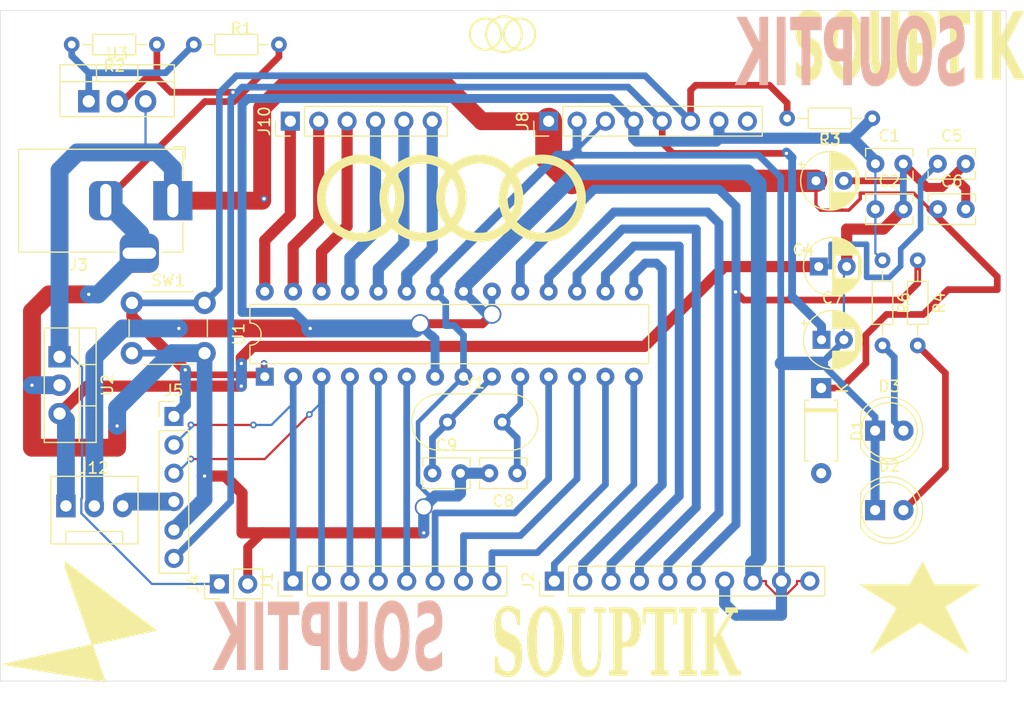
<source format=kicad_pcb>
(kicad_pcb (version 20240108) (generator "pcbnew") (generator_version "8.0")
  (layers (0 "F.Cu" signal) (31 "B.Cu" signal) (34 "B.Paste" user) (35 "F.Paste" user) (36 "B.SilkS" user "B.Silkscreen") (37 "F.SilkS" user "F.Silkscreen") (38 "B.Mask" user) (39 "F.Mask" user) (44 "Edge.Cuts" user))
  (net 0 "")
  (net 1 "VCC")
  (net 2 "GND")
  (net 3 "VIN")
  (net 4 "5V")
  (net 5 "3.3")
  (net 6 "Net-(U1-XTAL2{slash}PB7)")
  (net 7 "Net-(U1-XTAL1{slash}PB6)")
  (net 8 "Net-(D1-A)")
  (net 9 "Net-(D2-A)")
  (net 10 "Net-(D3-A)")
  (net 11 "D6")
  (net 12 "RX")
  (net 13 "D3")
  (net 14 "D5")
  (net 15 "TX")
  (net 16 "D7")
  (net 17 "D4")
  (net 18 "D2")
  (net 19 "D9")
  (net 20 "D11")
  (net 21 "D12")
  (net 22 "D10")
  (net 23 "D13")
  (net 24 "D8")
  (net 25 "5VU")
  (net 26 "DTR")
  (net 28 "A2")
  (net 29 "A3")
  (net 30 "A0")
  (net 31 "A5")
  (net 32 "A4")
  (net 33 "A1")
  (net 34 "Net-(U3-ADJ)")
  (footprint "Resistor_THT:R_Axial_DIN0204_L3.6mm_D1.6mm_P7.62mm_Horizontal" (layer "F.Cu") (at 156.5281 38.5223 180)
    (property "Reference" "R2")
    (property "Value" "240")
  )
  (footprint "Capacitor_THT:C_Rect_L4.0mm_W2.5mm_P2.50mm" (layer "F.Cu") (at 188.7661 76.8763 180)
    (property "Reference" "C8")
    (property "Value" "22PF")
  )
  (footprint "Button_Switch_THT:SW_PUSH_6mm_H8.5mm" (layer "F.Cu") (at 154.2941 61.6363)
    (property "Reference" "SW1")
    (property "Value" "SW_Push")
  )
  (footprint "LED_THT:LED_D5.0mm_Clear" (layer "F.Cu") (at 220.7851 73.0663)
    (property "Reference" "D3")
    (property "Value" "LED")
  )
  (footprint "Package_TO_SOT_THT:TO-220-3_Vertical" (layer "F.Cu") (at 150.4321 43.6023)
    (property "Reference" "U3")
    (property "Value" "LM317_TO-220")
  )
  (footprint "Diode_THT:D_A-405_P7.62mm_Horizontal" (layer "F.Cu") (at 215.9641 69.2563 -90)
    (property "Reference" "D1")
    (property "Value" "D")
  )
  (footprint "Connector_PinHeader_2.54mm:PinHeader_1x08_P2.54mm_Vertical" (layer "F.Cu") (at 191.5801 45.3803 90)
    (property "Reference" "J8")
    (property "Value" "Conn_01x08_Pin")
  )
  (footprint "Capacitor_THT:C_Rect_L4.0mm_W2.5mm_P2.50mm" (layer "F.Cu") (at 220.8101 53.2543)
    (property "Reference" "C2")
    (property "Value" "100NF")
  )
  (footprint "Capacitor_THT:C_Rect_L4.0mm_W2.5mm_P2.50mm" (layer "F.Cu") (at 226.3981 53.2543)
    (property "Reference" "C6")
    (property "Value" "100NF")
  )
  (footprint "Connector_PinHeader_2.54mm:PinHeader_1x06_P2.54mm_Vertical" (layer "F.Cu") (at 168.4661 45.3803 90)
    (property "Reference" "J10")
    (property "Value" "Conn_01x06_Socket")
  )
  (footprint "Capacitor_THT:C_Rect_L4.0mm_W2.5mm_P2.50mm" (layer "F.Cu") (at 226.3981 49.1903)
    (property "Reference" "C5")
    (property "Value" "100NF")
  )
  (footprint "Capacitor_THT:C_Rect_L4.0mm_W2.5mm_P2.50mm" (layer "F.Cu") (at 181.1861 76.8763)
    (property "Reference" "C9")
    (property "Value" "22PF")
  )
  (footprint "Connector:FanPinHeader_1x03_P2.54mm_Vertical" (layer "F.Cu") (at 148.3901 79.8033)
    (property "Reference" "J12")
    (property "Value" "Conn_01x03_Pin")
  )
  (footprint "Resistor_THT:R_Axial_DIN0204_L3.6mm_D1.6mm_P7.62mm_Horizontal" (layer "F.Cu") (at 159.8301 38.5223)
    (property "Reference" "R1")
    (property "Value" "390")
  )
  (footprint "Connector_PinHeader_2.54mm:PinHeader_1x02_P2.54mm_Vertical" (layer "F.Cu") (at 162.1161 86.7823 90)
    (property "Reference" "J4")
    (property "Value" "Conn_01x02_Socket")
  )
  (footprint "Capacitor_THT:CP_Radial_D5.0mm_P2.50mm" (layer "F.Cu") (at 215.4961 50.7143)
    (property "Reference" "C3")
    (property "Value" "100UF")
  )
  (footprint "Resistor_THT:R_Axial_DIN0204_L3.6mm_D1.6mm_P7.62mm_Horizontal" (layer "F.Cu") (at 221.4501 57.8263 -90)
    (property "Reference" "R6")
    (property "Value" "220")
  )
  (footprint "Connector_PinHeader_2.54mm:PinHeader_1x06_P2.54mm_Vertical" (layer "F.Cu") (at 158.0521 71.7963)
    (property "Reference" "J5")
    (property "Value" "Conn_01x06_Socket")
  )
  (footprint "Connector_PinHeader_2.54mm:PinHeader_1x08_P2.54mm_Vertical" (layer "F.Cu") (at 168.7201 86.5283 90)
    (property "Reference" "J1")
    (property "Value" "Conn_01x08_Pin")
  )
  (footprint "Crystal:Crystal_HC18-U_Vertical" (layer "F.Cu") (at 182.5261 72.3043)
    (property "Reference" "Y1")
    (property "Value" "Crystal")
  )
  (footprint "Resistor_THT:R_Axial_DIN0204_L3.6mm_D1.6mm_P7.62mm_Horizontal" (layer "F.Cu") (at 220.5361 45.1263 180)
    (property "Reference" "R3")
    (property "Value" "10K")
  )
  (footprint "Package_TO_SOT_THT:TO-220-3_Vertical" (layer "F.Cu") (at 147.8211 66.4623 -90)
    (property "Reference" "U2")
    (property "Value" "L7805")
  )
  (footprint "LED_THT:LED_D5.0mm_Clear" (layer "F.Cu") (at 220.7851 80.1783)
    (property "Reference" "D2")
    (property "Value" "LED")
  )
  (footprint "Resistor_THT:R_Axial_DIN0204_L3.6mm_D1.6mm_P7.62mm_Horizontal" (layer "F.Cu") (at 224.6001 57.8263 -90)
    (property "Reference" "R4")
    (property "Value" "220")
  )
  (footprint "Connector_PinHeader_2.54mm:PinHeader_1x10_P2.54mm_Vertical" (layer "F.Cu") (at 192.0881 86.5283 90)
    (property "Reference" "J2")
    (property "Value" "Conn_01x10_Socket")
  )
  (footprint "Capacitor_THT:C_Rect_L4.0mm_W2.5mm_P2.50mm" (layer "F.Cu") (at 220.8101 49.1903)
    (property "Reference" "C1")
    (property "Value" "100NF")
  )
  (footprint "Package_DIP:DIP-28_W7.62mm" (layer "F.Cu") (at 166.1801 68.2403 90)
    (property "Reference" "U1")
    (property "Value" "ATmega328-P")
  )
  (footprint "Capacitor_THT:CP_Radial_D5.0mm_P2.50mm" (layer "F.Cu") (at 215.7461 58.3883)
    (property "Reference" "C4")
    (property "Value" "100UF")
  )
  (footprint "Capacitor_THT:CP_Radial_D5.0mm_P2.00mm" (layer "F.Cu") (at 215.9961 64.9383)
    (property "Reference" "C7")
    (property "Value" "100UF")
  )
  (footprint "Connector_BarrelJack:BarrelJack_Horizontal" (layer "F.Cu") (at 157.9561 52.4923)
    (property "Reference" "J3")
    (property "Value" "Barrel_Jack_Switch")
  )
  (gr_circle (center 191.008 52.268) (end 194.508 52.268) (stroke (width 0.8)) (fill none) (layer "F.SilkS"))
  (gr_poly (pts (xy 229.108 92.964) (xy 219.456 86.868) (xy 230.124 86.868) (xy 220.472 92.964) (xy 225.044 84.836)) (stroke (width 0.1)) (fill solid) (layer "F.SilkS"))
  (gr_circle (center 187.576 37.592) (end 189.176 37.592) (stroke (width 0.2)) (fill none) (layer "F.SilkS"))
  (gr_circle (center 180.34 52.268) (end 183.84 52.268) (stroke (width 0.8)) (fill none) (layer "F.SilkS"))
  (gr_circle (center 185.42 52.268) (end 188.92 52.268) (stroke (width 0.8)) (fill none) (layer "F.SilkS"))
  (gr_circle (center 174.752 52.268) (end 178.252 52.268) (stroke (width 0.8)) (fill none) (layer "F.SilkS"))
  (gr_poly (pts (xy 148.336 85.344) (xy 151.892 95.504) (xy 142.748 93.98) (xy 156.464 90.932) (xy 148.336 84.836)) (stroke (width 0.1)) (fill solid) (layer "F.SilkS"))
  (gr_circle (center 188.976 37.592) (end 190.376 37.592) (stroke (width 0.2)) (fill none) (layer "F.SilkS"))
  (gr_circle (center 185.928 37.592) (end 187.328 37.592) (stroke (width 0.2)) (fill none) (layer "F.SilkS"))
  (gr_rect (start 142.5161 35.4743) (end 232.5161 95.4743) (stroke (width 0.05)) (fill none) (layer "Edge.Cuts"))
  (gr_text "SOUPTIK" (at 229.108 43.18 0) (layer "B.SilkS") (effects (font (size 6 3) (thickness 0.3) (bold yes)) (justify left bottom mirror)))
  (gr_text "SOUPTIK" (at 182.372 95.504 0) (layer "B.SilkS") (effects (font (size 6 3) (thickness 0.3) (bold yes)) (justify left bottom mirror)))
  (gr_text "SOUPTIK" (at 186.436 96.012 0) (layer "F.SilkS") (effects (font (size 6 3) (thickness 0.3) (bold yes)) (justify left bottom)))
  (gr_text "SOUPTIK" (at 213.36 42.672 0) (layer "F.SilkS") (effects (font (size 6 3) (thickness 0.3) (bold yes)) (justify left bottom)))
  (segment (start 186.5001 62.6523) (end 185.6524 63.5) (width 0.8) (layer "F.Cu") (net 1))
  (segment (start 214.9481 86.5283) (end 213.7964 86.5283) (width 0.2) (layer "F.Cu") (net 1))
  (segment (start 213.7964 86.7968) (end 213.7964 86.5283) (width 0.2) (layer "F.Cu") (net 1))
  (segment (start 211.8912 87.6876) (end 212.9056 87.6876) (width 0.2) (layer "F.Cu") (net 1))
  (segment (start 158.496 63.9223) (end 170.2441 63.9223) (width 1.6) (layer "F.Cu") (net 1))
  (segment (start 212.9056 87.6876) (end 213.7964 86.7968) (width 0.2) (layer "F.Cu") (net 1))
  (segment (start 209.8681 86.5283) (end 211.0198 86.5283) (width 0.2) (layer "F.Cu") (net 1))
  (segment (start 211.0198 86.5283) (end 211.0198 86.8162) (width 0.2) (layer "F.Cu") (net 1))
  (segment (start 211.0198 86.8162) (end 211.8912 87.6876) (width 0.2) (layer "F.Cu") (net 1))
  (segment (start 179.6478 63.9223) (end 180.0701 63.5) (width 1.6) (layer "F.Cu") (net 1))
  (segment (start 185.6524 63.5) (end 180.0701 63.5) (width 0.8) (layer "F.Cu") (net 1))
  (via (at 186.5001 62.6523) (size 1.7) (drill 1.4) (layers "F.Cu" "B.Cu") (net 1))
  (via (at 170.2441 63.9223) (size 0.6) (drill 0.3) (layers "F.Cu" "B.Cu") (net 1))
  (via (at 158.496 63.9223) (size 0.6) (drill 0.3) (layers "F.Cu" "B.Cu") (net 1))
  (via (at 180.0701 63.5) (size 1.7) (drill 1.4) (layers "F.Cu" "B.Cu") (net 1))
  (segment (start 210.3761 84.4963) (end 210.3761 50.9683) (width 1.4) (layer "B.Cu") (net 1))
  (segment (start 209.8681 85.0043) (end 210.3761 84.4963) (width 1.4) (layer "B.Cu") (net 1))
  (segment (start 199.2001 46.9043) (end 199.4541 47.1583) (width 1) (layer "B.Cu") (net 1))
  (segment (start 221.4501 57.8263) (end 220.8101 57.1863) (width 0.2) (layer "B.Cu") (net 1))
  (segment (start 220.8101 49.1903) (end 220.8101 48.9563) (width 1) (layer "B.Cu") (net 1))
  (segment (start 164.1481 62.484) (end 164.1481 43.8563) (width 0.8) (layer "B.Cu") (net 1))
  (segment (start 164.6561 43.3483) (end 197.1681 43.3483) (width 0.8) (layer "B.Cu") (net 1))
  (segment (start 218.7581 46.9043) (end 220.5361 45.1263) (width 1) (layer "B.Cu") (net 1))
  (segment (start 150.9301 66.4723) (end 150.9301 79.8033) (width 1.6) (layer "B.Cu") (net 1))
  (segment (start 180.5201 63.95) (end 180.5201 64.041092) (width 0.8) (layer "B.Cu") (net 1))
  (segment (start 186.5001 62.6523) (end 186.5001 60.6203) (width 0.6) (layer "B.Cu") (net 1))
  (segment (start 220.8101 53.2543) (end 220.8101 49.1903) (width 0.2) (layer "B.Cu") (net 1))
  (segment (start 183.9601 60.1123) (end 183.9601 60.6203) (width 1.4) (layer "B.Cu") (net 1))
  (segment (start 209.3601 49.9523) (end 194.1201 49.9523) (width 1.4) (layer "B.Cu") (net 1))
  (segment (start 186.5001 62.6523) (end 185.9921 62.6523) (width 0.8) (layer "B.Cu") (net 1))
  (segment (start 181.047308 64.5683) (end 181.1384 64.5683) (width 0.8) (layer "B.Cu") (net 1))
  (segment (start 180.0701 63.5) (end 180.5201 63.95) (width 0.8) (layer "B.Cu") (net 1))
  (segment (start 164.1481 43.8563) (end 164.6561 43.3483) (width 0.8) (layer "B.Cu") (net 1))
  (segment (start 185.9921 62.6523) (end 183.9601 60.6203) (width 0.8) (layer "B.Cu") (net 1))
  (segment (start 220.8101 57.1863) (end 220.8101 53.2543) (width 0.2) (layer "B.Cu") (net 1))
  (segment (start 197.1681 43.3483) (end 199.2001 45.3803) (width 0.8) (layer "B.Cu") (net 1))
  (segment (start 199.4541 47.1583) (end 206.5661 47.1583) (width 1) (layer "B.Cu") (net 1))
  (segment (start 206.5661 47.1583) (end 206.8201 46.9043) (width 1) (layer "B.Cu") (net 1))
  (segment (start 220.8101 48.9563) (end 218.7581 46.9043) (width 1) (layer "B.Cu") (net 1))
  (segment (start 199.2001 45.3803) (end 199.2001 46.9043) (width 1) (layer "B.Cu") (net 1))
  (segment (start 180.5201 64.041092) (end 181.047308 64.5683) (width 0.8) (layer "B.Cu") (net 1))
  (segment (start 158.496 63.9223) (end 153.4801 63.9223) (width 1.6) (layer "B.Cu") (net 1))
  (segment (start 181.1384 64.5683) (end 181.4201 64.85) (width 0.8) (layer "B.Cu") (net 1))
  (segment (start 209.8681 86.5283) (end 209.8681 85.0043) (width 1.4) (layer "B.Cu") (net 1))
  (segment (start 210.3761 50.9683) (end 209.3601 49.9523) (width 1.4) (layer "B.Cu") (net 1))
  (segment (start 194.1201 49.9523) (end 183.9601 60.1123) (width 1.4) (layer "B.Cu") (net 1))
  (segment (start 164.1481 62.484) (end 168.8058 62.484) (width 0.8) (layer "B.Cu") (net 1))
  (segment (start 181.4201 64.85) (end 181.4201 68.2403) (width 0.8) (layer "B.Cu") (net 1))
  (segment (start 168.8058 62.484) (end 170.2441 63.9223) (width 0.8) (layer "B.Cu") (net 1))
  (segment (start 206.8201 46.9043) (end 218.7581 46.9043) (width 1) (layer "B.Cu") (net 1))
  (segment (start 170.2441 63.9223) (end 179.6478 63.9223) (width 1.6) (layer "B.Cu") (net 1))
  (segment (start 206.8201 46.9043) (end 206.8201 45.3803) (width 1) (layer "B.Cu") (net 1))
  (segment (start 153.4801 63.9223) (end 150.9301 66.4723) (width 1.6) (layer "B.Cu") (net 1))
  (segment (start 150.4321 60.8743) (end 146.8761 60.8743) (width 1.6) (layer "F.Cu") (net 2))
  (segment (start 221.5281 55.0363) (end 223.3101 53.2543) (width 1) (layer "F.Cu") (net 2))
  (segment (start 218.2461 55.0363) (end 221.5281 55.0363) (width 1) (layer "F.Cu") (net 2))
  (segment (start 164.1481 82.2103) (end 164.1481 78.6543) (width 1) (layer "F.Cu") (net 2))
  (segment (start 228.8981 51.3937) (end 228.8981 53.2543) (width 0.8) (layer "F.Cu") (net 2))
  (segment (start 225.4278 51.308) (end 223.3101 49.1903) (width 0.8) (layer "F.Cu") (net 2))
  (segment (start 145.3521 62.3983) (end 145.3521 69.0023) (width 1.6) (layer "F.Cu") (net 2))
  (segment (start 180.4041 82.2103) (end 165.9591 82.2103) (width 1) (layer "F.Cu") (net 2))
  (segment (start 164.1481 78.6543) (end 162.6241 77.1303) (width 1) (layer "F.Cu") (net 2))
  (segment (start 217.9961 50.7143) (end 223.3101 50.7143) (width 0.6) (layer "F.Cu") (net 2))
  (segment (start 227.7964 50.292) (end 226.7804 51.308) (width 0.8) (layer "F.Cu") (net 2))
  (segment (start 152.9721 72.644) (end 152.9721 74.5903) (width 1.6) (layer "F.Cu") (net 2))
  (segment (start 167.4501 39.6076) (end 167.4501 38.5223) (width 0.6) (layer "F.Cu") (net 2))
  (segment (start 163.433 43.6247) (end 167.4501 39.6076) (width 0.6) (layer "F.Cu") (net 2))
  (segment (start 165.9591 82.2103) (end 164.1481 82.2103) (width 1) (layer "F.Cu") (net 2))
  (segment (start 160.8237 43.6247) (end 163.433 43.6247) (width 0.6) (layer "F.Cu") (net 2))
  (segment (start 218.2461 58.3883) (end 218.2461 55.0363) (width 1) (layer "F.Cu") (net 2))
  (segment (start 227.7964 50.292) (end 228.8981 51.3937) (width 0.8) (layer "F.Cu") (net 2))
  (segment (start 165.9591 82.2103) (end 164.6561 83.5133) (width 0.8) (layer "F.Cu") (net 2))
  (segment (start 228.8981 49.1903) (end 227.7964 50.292) (width 0.8) (layer "F.Cu") (net 2))
  (segment (start 146.8761 60.8743) (end 145.3521 62.3983) (width 1.6) (layer "F.Cu") (net 2))
  (segment (start 162.6241 77.1303) (end 160.7941 77.1303) (width 1) (layer "F.Cu") (net 2))
  (segment (start 152.9721 74.5903) (end 145.3521 74.5903) (width 1.6) (layer "F.Cu") (net 2))
  (segment (start 223.3101 50.7143) (end 223.3101 49.1903) (width 0.6) (layer "F.Cu") (net 2))
  (segment (start 145.3521 74.5903) (end 145.3521 69.0023) (width 1.6) (layer "F.Cu") (net 2))
  (segment (start 164.6561 83.5133) (end 164.6561 86.7823) (width 0.8) (layer "F.Cu") (net 2))
  (segment (start 151.9561 52.4923) (end 160.8237 43.6247) (width 0.6) (layer "F.Cu") (net 2))
  (segment (start 226.7804 51.308) (end 225.4278 51.308) (width 0.8) (layer "F.Cu") (net 2))
  (via (at 150.4321 60.8743) (size 0.6) (drill 0.3) (layers "F.Cu" "B.Cu") (net 2))
  (via (at 145.3521 69.0023) (size 0.6) (drill 0.3) (layers "F.Cu" "B.Cu") (net 2))
  (via (at 160.7941 77.1303) (size 0.6) (drill 0.3) (layers "F.Cu" "B.Cu") (net 2))
  (via (at 180.4041 79.9243) (size 1.6) (drill 1.3) (layers "F.Cu" "B.Cu") (net 2))
  (via (at 180.4041 82.2103) (size 0.6) (drill 0.3) (layers "F.Cu" "B.Cu") (net 2))
  (via (at 152.9721 72.644) (size 0.6) (drill 0.3) (layers "F.Cu" "B.Cu") (net 2))
  (segment (start 183.1124 63.6683) (end 183.9601 64.516) (width 0.6) (layer "B.Cu") (net 2))
  (segment (start 160.7941 66.1363) (end 157.8701 66.1363) (width 0.6) (layer "B.Cu") (net 2))
  (segment (start 183.6861 78.6743) (end 183.4521 78.9083) (width 1) (layer "B.Cu") (net 2))
  (segment (start 147.8211 69.0023) (end 145.3521 69.0023) (width 1.6) (layer "B.Cu") (net 2))
  (segment (start 152.9721 71.0343) (end 157.8701 66.1363) (width 1.6) (layer "B.Cu") (net 2))
  (segment (start 152.9721 72.644) (end 152.9721 71.0343) (width 1.6) (layer "B.Cu") (net 2))
  (segment (start 194.1201 45.3803) (end 194.1201 47.9203) (width 0.8) (layer "B.Cu") (net 2))
  (segment (start 180.9121 78.9083) (end 181.4201 78.9083) (width 0.4) (layer "B.Cu") (net 2))
  (segment (start 181.4201 59.3503) (end 192.3421 48.4283) (width 0.8) (layer "B.Cu") (net 2))
  (segment (start 182.372 63.6683) (end 183.1124 63.6683) (width 0.6) (layer "B.Cu") (net 2))
  (segment (start 160.7941 77.1303) (end 160.7941 79.2143) (width 1.4) (layer "B.Cu") (net 2))
  (segment (start 212.344 50.3962) (end 212.344 66.9832) (width 0.6) (layer "B.Cu") (net 2))
  (segment (start 181.4201 78.9083) (end 180.4041 79.9243) (width 1) (layer "B.Cu") (net 2))
  (segment (start 192.3421 48.4283) (end 193.6121 48.4283) (width 0.8) (layer "B.Cu") (net 2))
  (segment (start 179.8961 77.8923) (end 180.9121 78.9083) (width 0.4) (layer "B.Cu") (net 2))
  (segment (start 151.9561 52.4923) (end 154.9561 55.4923) (width 1.8) (layer "B.Cu") (net 2))
  (segment (start 220.7851 71.8408) (end 220.7851 73.0663) (width 0.6) (layer "B.Cu") (net 2))
  (segment (start 154.9561 57.1923) (end 151.2741 60.8743) (width 1.6) (layer "B.Cu") (net 2))
  (segment (start 160.7941 79.2143) (end 158.0521 81.9563) (width 1.4) (layer "B.Cu") (net 2))
  (segment (start 183.9601 64.516) (end 183.9601 68.2403) (width 0.6) (layer "B.Cu") (net 2))
  (segment (start 180.4041 79.9243) (end 180.4041 82.2103) (width 1) (layer "B.Cu") (net 2))
  (segment (start 193.6121 48.4283) (end 194.6281 48.4283) (width 0.6) (layer "B.Cu") (net 2))
  (segment (start 157.8701 66.1363) (end 154.2941 66.1363) (width 0.6) (layer "B.Cu") (net 2))
  (segment (start 194.1201 47.9203) (end 194.6281 48.4283) (width 0.4) (layer "B.Cu") (net 2))
  (segment (start 194.1201 47.9203) (end 193.6121 48.4283) (width 0.8) (layer "B.Cu") (net 2))
  (segment (start 208.3441 89.5763) (end 207.3281 88.5603) (width 1) (layer "B.Cu") (net 2))
  (segment (start 183.9601 68.2403) (end 179.8961 72.3043) (width 0.4) (layer "B.Cu") (net 2))
  (segment (start 179.8961 72.3043) (end 179.8961 77.8923) (width 0.4) (layer "B.Cu") (net 2))
  (segment (start 212.4081 67.0473) (end 215.9916 67.0473) (width 1.2) (layer "B.Cu") (net 2))
  (segment (start 157.8701 66.1363) (end 160.7941 66.1363) (width 1.6) (layer "B.Cu") (net 2))
  (segment (start 215.9916 67.0473) (end 217.9961 65.0428) (width 0.6) (layer "B.Cu") (net 2))
  (segment (start 212.4081 89.5763) (end 208.3441 89.5763) (width 1) (layer "B.Cu") (net 2))
  (segment (start 183.4521 78.9083) (end 181.4201 78.9083) (width 1) (layer "B.Cu") (net 2))
  (segment (start 194.6281 48.4283) (end 210.3761 48.4283) (width 0.6) (layer "B.Cu") (net 2))
  (segment (start 181.4201 60.6203) (end 181.4201 59.3503) (width 0.8) (layer "B.Cu") (net 2))
  (segment (start 223.3101 49.1903) (end 223.3101 53.2543) (width 0.6) (layer "B.Cu") (net 2))
  (segment (start 220.7851 80.1783) (end 220.7851 73.0663) (width 0.8) (layer "B.Cu") (net 2))
  (segment (start 160.7941 66.1363) (end 160.7941 77.1303) (width 1.4) (layer "B.Cu") (net 2))
  (segment (start 217.9961 58.6383) (end 218.2461 58.3883) (width 0.2) (layer "B.Cu") (net 2))
  (segment (start 207.3281 88.5603) (end 207.3281 86.5283) (width 1) (layer "B.Cu") (net 2))
  (segment (start 212.4081 67.0473) (end 212.4081 86.5283) (width 0.6) (layer "B.Cu") (net 2))
  (segment (start 196.6601 45.3803) (end 194.1201 47.9203) (width 0.4) (layer "B.Cu") (net 2))
  (segment (start 183.6861 76.8763) (end 186.2661 76.8763) (width 1) (layer "B.Cu") (net 2))
  (segment (start 210.3761 48.4283) (end 212.344 50.3962) (width 0.6) (layer "B.Cu") (net 2))
  (segment (start 182.372 61.5722) (end 182.372 63.6683) (width 0.6) (layer "B.Cu") (net 2))
  (segment (start 181.4201 60.6203) (end 182.372 61.5722) (width 0.6) (layer "B.Cu") (net 2))
  (segment (start 217.9961 64.9383) (end 217.9961 58.6383) (width 0.2) (layer "B.Cu") (net 2))
  (segment (start 154.9561 55.4923) (end 154.9561 57.1923) (width 0.2) (layer "B.Cu") (net 2))
  (segment (start 215.9916 67.0473) (end 220.7851 71.8408) (width 0.6) (layer "B.Cu") (net 2))
  (segment (start 151.2741 60.8743) (end 150.4321 60.8743) (width 1.6) (layer "B.Cu") (net 2))
  (segment (start 217.9961 65.0428) (end 217.9961 64.9383) (width 0.6) (layer "B.Cu") (net 2))
  (segment (start 183.6861 76.8763) (end 183.6861 78.6743) (width 1) (layer "B.Cu") (net 2))
  (segment (start 212.4081 86.5283) (end 212.4081 89.5763) (width 1) (layer "B.Cu") (net 2))
  (segment (start 212.344 66.9832) (end 212.4081 67.0473) (width 0.6) (layer "B.Cu") (net 2))
  (segment (start 157.9561 52.4923) (end 165.9477 52.4923) (width 1.6) (layer "F.Cu") (net 3))
  (segment (start 191.5801 45.3803) (end 191.5801 48.6303) (width 2.4) (layer "F.Cu") (net 3))
  (segment (start 218.44 53.34) (end 219.456 52.324) (width 0.3) (layer "F.Cu") (net 3))
  (segment (start 215.9 53.34) (end 218.44 53.34) (width 0.3) (layer "F.Cu") (net 3))
  (segment (start 225.097157 62.673108) (end 221.806892 62.673108) (width 0.6) (layer "F.Cu") (net 3))
  (segment (start 219.964 67.056) (end 217.7637 69.2563) (width 0.6) (layer "F.Cu") (net 3))
  (segment (start 215.4961 52.9361) (end 215.9 53.34) (width 0.3) (layer "F.Cu") (net 3))
  (segment (start 215.4961 50.7143) (end 215.4961 52.9361) (width 0.3) (layer "F.Cu") (net 3))
  (segment (start 185.5883 45.3803) (end 191.5801 45.3803) (width 1.6) (layer "F.Cu") (net 3))
  (segment (start 215.4925 50.7179) (end 215.4961 50.7143) (width 2) (layer "F.Cu") (net 3))
  (segment (start 231.7161 60.452) (end 227.318265 60.452) (width 0.6) (layer "F.Cu") (net 3))
  (segment (start 217.7637 69.2563) (end 215.9641 69.2563) (width 0.6) (layer "F.Cu") (net 3))
  (segment (start 193.6641 50.7143) (end 197.7779 50.7143) (width 2) (layer "F.Cu") (net 3))
  (segment (start 215.4961 50.7143) (end 193.6641 50.7143) (width 0.3) (layer "F.Cu") (net 3))
  (segment (start 219.964 64.516) (end 219.964 67.056) (width 0.6) (layer "F.Cu") (net 3))
  (segment (start 191.5801 48.6303) (end 193.6641 50.7143) (width 2.4) (layer "F.Cu") (net 3))
  (segment (start 227.318265 60.452) (end 225.097157 62.673108) (width 0.6) (layer "F.Cu") (net 3))
  (segment (start 197.7779 50.7143) (end 197.7815 50.7179) (width 2) (layer "F.Cu") (net 3))
  (segment (start 167.9824 42.164) (end 182.372 42.164) (width 1.6) (layer "F.Cu") (net 3))
  (segment (start 225.679 53.256) (end 231.7161 59.293101) (width 0.6) (layer "F.Cu") (net 3))
  (segment (start 165.9477 52.4923) (end 165.9477 44.1987) (width 1.6) (layer "F.Cu") (net 3))
  (segment (start 225.679 53.2543) (end 226.3981 53.2543) (width 0.2) (layer "F.Cu") (net 3))
  (segment (start 197.7815 50.7179) (end 215.4925 50.7179) (width 2) (layer "F.Cu") (net 3))
  (segment (start 165.9477 44.1987) (end 167.9824 42.164) (width 1.6) (layer "F.Cu") (net 3))
  (segment (start 224.2407 51.816) (end 225.679 53.2543) (width 0.3) (layer "F.Cu") (net 3))
  (segment (start 221.806892 62.673108) (end 219.964 64.516) (width 0.6) (layer "F.Cu") (net 3))
  (segment (start 219.456 52.324) (end 219.456 51.816) (width 0.3) (layer "F.Cu") (net 3))
  (segment (start 231.7161 59.293101) (end 231.7161 60.452) (width 0.6) (layer "F.Cu") (net 3))
  (segment (start 182.372 42.164) (end 185.5883 45.3803) (width 1.6) (layer "F.Cu") (net 3))
  (segment (start 219.456 51.816) (end 224.2407 51.816) (width 0.3) (layer "F.Cu") (net 3))
  (via (at 166.116 52.324) (size 0.6) (drill 0.3) (layers "F.Cu" "B.Cu") (net 3))
  (segment (start 149.8301 79.105741) (end 149.7651 79.170741) (width 0.2) (layer "B.Cu") (net 3))
  (segment (start 147.8211 65.3765) (end 149.8301 67.3855) (width 0.2) (layer "B.Cu") (net 3))
  (segment (start 155.4772 48.1743) (end 155.5121 48.1394) (width 0.2) (layer "B.Cu") (net 3))
  (segment (start 147.8211 49.7693) (end 147.8211 65.3765) (width 1.6) (layer "B.Cu") (net 3))
  (segment (start 149.7651 79.170741) (end 149.7651 80.4638) (width 0.2) (layer "B.Cu") (net 3))
  (segment (start 155.5121 48.1394) (end 155.5121 43.6023) (width 0.2) (layer "B.Cu") (net 3))
  (segment (start 157.9561 52.4923) (end 157.9561 49.6023) (width 1.6) (layer "B.Cu") (net 3))
  (segment (start 156.5281 48.1743) (end 155.4772 48.1743) (width 1.6) (layer "B.Cu") (net 3))
  (segment (start 149.8301 67.3855) (end 149.8301 79.105741) (width 0.2) (layer "B.Cu") (net 3))
  (segment (start 156.0836 86.7823) (end 162.1161 86.7823) (width 0.2) (layer "B.Cu") (net 3))
  (segment (start 155.4772 48.1743) (end 149.4161 48.1743) (width 1.6) (layer "B.Cu") (net 3))
  (segment (start 157.9561 49.6023) (end 156.5281 48.1743) (width 1.6) (layer "B.Cu") (net 3))
  (segment (start 149.7651 80.4638) (end 156.0836 86.7823) (width 0.2) (layer "B.Cu") (net 3))
  (segment (start 147.8211 65.3765) (end 147.8211 66.4623) (width 1.6) (layer "B.Cu") (net 3))
  (segment (start 149.4161 48.1743) (end 147.8211 49.7693) (width 1.6) (layer "B.Cu") (net 3))
  (segment (start 207.2957 58.3883) (end 200.152 65.532) (width 1) (layer "F.Cu") (net 4))
  (segment (start 200.152 65.532) (end 165.1 65.532) (width 1) (layer "F.Cu") (net 4))
  (segment (start 215.7461 58.3883) (end 207.2957 58.3883) (width 1) (layer "F.Cu") (net 4))
  (segment (start 165.1 65.532) (end 164.084 66.548) (width 1) (layer "F.Cu") (net 4))
  (segment (start 164.084 69.088) (end 150.2754 69.088) (width 1) (layer "F.Cu") (net 4))
  (segment (start 164.084 66.548) (end 164.084 67.056) (width 1) (layer "F.Cu") (net 4))
  (segment (start 150.2754 69.088) (end 147.8211 71.5423) (width 1) (layer "F.Cu") (net 4))
  (via (at 164.084 67.056) (size 0.6) (drill 0.3) (layers "F.Cu" "B.Cu") (net 4))
  (via (at 164.084 69.088) (size 0.6) (drill 0.3) (layers "F.Cu" "B.Cu") (net 4))
  (segment (start 216.8478 56.388) (end 220.0281 56.388) (width 0.5) (layer "B.Cu") (net 4))
  (segment (start 220.0281 59.3503) (end 222.0709 59.3503) (width 0.5) (layer "B.Cu") (net 4))
  (segment (start 220.0281 56.388) (end 220.0281 59.3503) (width 0.5) (layer "B.Cu") (net 4))
  (segment (start 215.7461 58.3883) (end 216.8478 58.3883) (width 0.5) (layer "B.Cu") (net 4))
  (segment (start 216.8478 58.3883) (end 216.8478 56.388) (width 0.5) (layer "B.Cu") (net 4))
  (segment (start 223.0761 58.3451) (end 223.0761 56.8103) (width 0.5) (layer "B.Cu") (net 4))
  (segment (start 223.0761 56.8103) (end 224.8541 55.0323) (width 0.5) (layer "B.Cu") (net 4))
  (segment (start 222.0709 59.3503) (end 223.0761 58.3451) (width 0.5) (layer "B.Cu") (net 4))
  (segment (start 148.3901 79.8033) (end 148.3901 72.1113) (width 1.6) (layer "B.Cu") (net 4))
  (segment (start 224.8541 50.7343) (end 226.3981 49.1903) (width 0.5) (layer "B.Cu") (net 4))
  (segment (start 148.3901 72.1113) (end 147.8211 71.5423) (width 1.6) (layer "B.Cu") (net 4))
  (segment (start 164.084 67.056) (end 164.084 69.088) (width 1) (layer "B.Cu") (net 4))
  (segment (start 224.8541 55.0323) (end 224.8541 50.7343) (width 0.5) (layer "B.Cu") (net 4))
  (segment (start 157.7742 42.7927) (end 156.5281 41.5466) (width 0.6) (layer "F.Cu") (net 5))
  (segment (start 156.5281 38.5223) (end 156.5281 41.5466) (width 0.6) (layer "F.Cu") (net 5))
  (segment (start 202.692 48.26) (end 212.852 48.26) (width 0.6) (layer "F.Cu") (net 5))
  (segment (start 156.5281 41.5466) (end 155.5299 41.5466) (width 0.6) (layer "F.Cu") (net 5))
  (segment (start 163.3385 42.7927) (end 157.7742 42.7927) (width 0.6) (layer "F.Cu") (net 5))
  (segment (start 155.5299 41.5466) (end 153.4742 43.6023) (width 0.6) (layer "F.Cu") (net 5))
  (segment (start 201.7401 45.3803) (end 201.7401 47.3081) (width 0.6) (layer "F.Cu") (net 5))
  (segment (start 201.7401 47.3081) (end 202.692 48.26) (width 0.6) (layer "F.Cu") (net 5))
  (segment (start 152.9721 43.6023) (end 153.4742 43.6023) (width 0.6) (layer "F.Cu") (net 5))
  (via (at 163.3385 42.7927) (size 0.6) (drill 0.3) (layers "F.Cu" "B.Cu") (net 5))
  (via (at 212.852 48.26) (size 0.6) (drill 0.3) (layers "F.Cu" "B.Cu") (net 5))
  (segment (start 213.36 48.64775) (end 213.36 61.08025) (width 0.7) (layer "B.Cu") (net 5))
  (segment (start 163.3385 43.0387) (end 163.3385 42.7927) (width 0.6) (layer "B.Cu") (net 5))
  (segment (start 213.36 61.08025) (end 215.9961 63.71635) (width 0.8) (layer "B.Cu") (net 5))
  (segment (start 163.1321 43.3483) (end 163.1321 79.4163) (width 0.6) (layer "B.Cu") (net 5))
  (segment (start 163.1321 79.4163) (end 158.0521 84.4963) (width 0.6) (layer "B.Cu") (net 5))
  (segment (start 163.3901 43.0903) (end 163.1321 43.3483) (width 0.6) (layer "B.Cu") (net 5))
  (segment (start 215.9961 63.71635) (end 215.9961 64.81805) (width 0.8) (layer "B.Cu") (net 5))
  (segment (start 201.7401 45.3803) (end 198.6921 42.3323) (width 0.6) (layer "B.Cu") (net 5))
  (segment (start 164.1481 42.3323) (end 163.3901 43.0903) (width 0.6) (layer "B.Cu") (net 5))
  (segment (start 212.852 48.13975) (end 213.36 48.64775) (width 0.8) (layer "B.Cu") (net 5))
  (segment (start 198.6921 42.3323) (end 164.1481 42.3323) (width 0.6) (layer "B.Cu") (net 5))
  (segment (start 163.3901 43.0903) (end 163.3385 43.0387) (width 0.6) (layer "B.Cu") (net 5))
  (segment (start 187.4261 72.3043) (end 189.0401 70.6903) (width 0.5) (layer "B.Cu") (net 6))
  (segment (start 188.7661 73.7343) (end 188.7661 76.8763) (width 0.6) (layer "B.Cu") (net 6))
  (segment (start 187.4261 72.3043) (end 187.4261 72.3943) (width 0.6) (layer "B.Cu") (net 6))
  (segment (start 187.4261 72.3943) (end 188.7661 73.7343) (width 0.6) (layer "B.Cu") (net 6))
  (segment (start 189.0401 70.6903) (end 189.0401 68.2403) (width 0.5) (layer "B.Cu") (net 6))
  (segment (start 186.5001 68.3303) (end 186.5001 68.2403) (width 0.2) (layer "F.Cu") (net 7))
  (segment (start 182.5261 72.3043) (end 186.5001 68.3303) (width 0.5) (layer "B.Cu") (net 7))
  (segment (start 181.1861 73.7343) (end 181.1861 76.8763) (width 0.6) (layer "B.Cu") (net 7))
  (segment (start 182.5261 72.3943) (end 181.1861 73.7343) (width 0.6) (layer "B.Cu") (net 7))
  (segment (start 182.5261 72.3043) (end 182.5261 72.3943) (width 0.6) (layer "B.Cu") (net 7))
  (segment (start 186.5001 68.3303) (end 186.5001 68.2403) (width 0.2) (layer "B.Cu") (net 7))
  (segment (start 224.6001 65.4463) (end 227.076 67.9222) (width 0.6) (layer "F.Cu") (net 9))
  (segment (start 227.076 67.9222) (end 227.076 76.4274) (width 0.6) (layer "F.Cu") (net 9))
  (segment (start 227.076 76.4274) (end 223.3251 80.1783) (width 0.6) (layer "F.Cu") (net 9))
  (segment (start 222.504 66.5002) (end 222.504 72.2452) (width 0.6) (layer "B.Cu") (net 10))
  (segment (start 222.504 72.2452) (end 223.3251 73.0663) (width 0.6) (layer "B.Cu") (net 10))
  (segment (start 221.4501 65.4463) (end 222.504 66.5002) (width 0.6) (layer "B.Cu") (net 10))
  (segment (start 194.1201 77.3843) (end 194.1201 68.2403) (width 0.6) (layer "B.Cu") (net 11))
  (segment (start 183.9601 86.5283) (end 183.9601 82.4643) (width 0.6) (layer "B.Cu") (net 11))
  (segment (start 189.0401 82.4643) (end 194.1201 77.3843) (width 0.6) (layer "B.Cu") (net 11))
  (segment (start 183.9601 82.4643) (end 189.0401 82.4643) (width 0.6) (layer "B.Cu") (net 11))
  (segment (start 159.5761 72.5583) (end 165.1641 72.5583) (width 0.2) (layer "F.Cu") (net 12))
  (via (at 165.1641 72.5583) (size 0.6) (drill 0.3) (layers "F.Cu" "B.Cu") (net 12))
  (via (at 159.5761 72.5583) (size 0.6) (drill 0.3) (layers "F.Cu" "B.Cu") (net 12))
  (segment (start 165.1641 72.5583) (end 166.7738 72.5583) (width 0.2) (layer "B.Cu") (net 12))
  (segment (start 168.7201 68.2403) (end 168.7201 86.5283) (width 0.6) (layer "B.Cu") (net 12))
  (segment (start 166.7738 72.5583) (end 168.7201 70.612) (width 0.2) (layer "B.Cu") (net 12))
  (segment (start 159.5761 72.5583) (end 159.5761 72.8123) (width 0.2) (layer "B.Cu") (net 12))
  (segment (start 168.7201 70.612) (end 168.7201 68.2403) (width 0.2) (layer "B.Cu") (net 12))
  (segment (start 159.5761 72.8123) (end 158.0521 74.3363) (width 0.2) (layer "B.Cu") (net 12))
  (segment (start 176.3401 86.5283) (end 176.3401 68.2403) (width 0.6) (layer "B.Cu") (net 13))
  (segment (start 191.5801 77.3843) (end 191.5801 68.2403) (width 0.6) (layer "B.Cu") (net 14))
  (segment (start 188.5321 80.4323) (end 191.5801 77.3843) (width 0.6) (layer "B.Cu") (net 14))
  (segment (start 181.4201 80.4323) (end 188.5321 80.4323) (width 0.6) (layer "B.Cu") (net 14))
  (segment (start 181.4201 86.5283) (end 181.4201 80.4323) (width 0.6) (layer "B.Cu") (net 14))
  (segment (start 166.1801 75.6063) (end 159.5761 75.6063) (width 0.2) (layer "F.Cu") (net 15))
  (segment (start 170.1692 71.6172) (end 166.1801 75.6063) (width 0.2) (layer "F.Cu") (net 15))
  (via (at 159.5761 75.6063) (size 0.6) (drill 0.3) (layers "F.Cu" "B.Cu") (net 15))
  (via (at 170.1692 71.6172) (size 0.6) (drill 0.3) (layers "F.Cu" "B.Cu") (net 15))
  (segment (start 171.2601 86.5283) (end 171.2601 70.5263) (width 0.6) (layer "B.Cu") (net 15))
  (segment (start 171.2601 70.5263) (end 171.2601 68.2403) (width 0.6) (layer "B.Cu") (net 15))
  (segment (start 159.5761 75.6063) (end 158.3061 76.8763) (width 0.2) (layer "B.Cu") (net 15))
  (segment (start 170.1692 71.6172) (end 171.2601 70.5263) (width 0.2) (layer "B.Cu") (net 15))
  (segment (start 158.3061 76.8763) (end 158.0521 76.8763) (width 0.2) (layer "B.Cu") (net 15))
  (segment (start 171.2601 70.5263) (end 171.2601 68.2403) (width 0.2) (layer "B.Cu") (net 15))
  (segment (start 196.6601 77.8923) (end 196.6601 68.2403) (width 0.6) (layer "B.Cu") (net 16))
  (segment (start 186.5001 86.5283) (end 186.5001 83.9883) (width 0.6) (layer "B.Cu") (net 16))
  (segment (start 190.5641 83.9883) (end 196.6601 77.8923) (width 0.6) (layer "B.Cu") (net 16))
  (segment (start 186.5001 83.9883) (end 190.5641 83.9883) (width 0.6) (layer "B.Cu") (net 16))
  (segment (start 178.8801 68.2403) (end 178.8801 86.5283) (width 0.6) (layer "B.Cu") (net 17))
  (segment (start 173.8001 68.2403) (end 173.8001 86.5283) (width 0.6) (layer "B.Cu") (net 18))
  (segment (start 194.6281 85.0043) (end 201.7401 77.8923) (width 0.8) (layer "B.Cu") (net 19))
  (segment (start 201.7401 77.8923) (end 201.7401 58.5883) (width 0.8) (layer "B.Cu") (net 19))
  (segment (start 199.2001 59.0963) (end 199.2001 60.6203) (width 0.8) (layer "B.Cu") (net 19))
  (segment (start 201.7401 58.5883) (end 201.2321 58.0803) (width 0.8) (layer "B.Cu") (net 19))
  (segment (start 194.6281 86.5283) (end 194.6281 85.0043) (width 0.8) (layer "B.Cu") (net 19))
  (segment (start 200.2161 58.0803) (end 199.2001 59.0963) (width 0.8) (layer "B.Cu") (net 19))
  (segment (start 201.2321 58.0803) (end 200.2161 58.0803) (width 0.8) (layer "B.Cu") (net 19))
  (segment (start 199.7081 85.0043) (end 204.7881 79.9243) (width 0.8) (layer "B.Cu") (net 20))
  (segment (start 194.1201 59.0963) (end 194.1201 60.6203) (width 0.8) (layer "B.Cu") (net 20))
  (segment (start 204.7881 79.9243) (end 204.7881 55.0323) (width 0.8) (layer "B.Cu") (net 20))
  (segment (start 198.1841 55.0323) (end 194.1201 59.0963) (width 0.8) (layer "B.Cu") (net 20))
  (segment (start 199.7081 86.5283) (end 199.7081 85.0043) (width 0.8) (layer "B.Cu") (net 20))
  (segment (start 204.7881 55.0323) (end 198.1841 55.0323) (width 0.8) (layer "B.Cu") (net 20))
  (segment (start 197.4221 53.5083) (end 191.5801 59.3503) (width 0.8) (layer "B.Cu") (net 21))
  (segment (start 202.2481 86.5283) (end 202.2481 85.0043) (width 0.8) (layer "B.Cu") (net 21))
  (segment (start 206.8201 54.5243) (end 205.8041 53.5083) (width 0.8) (layer "B.Cu") (net 21))
  (segment (start 202.2481 85.0043) (end 206.8201 80.4323) (width 0.8) (layer "B.Cu") (net 21))
  (segment (start 205.8041 53.5083) (end 197.4221 53.5083) (width 0.8) (layer "B.Cu") (net 21))
  (segment (start 191.5801 59.3503) (end 191.5801 60.6203) (width 0.8) (layer "B.Cu") (net 21))
  (segment (start 206.8201 80.4323) (end 206.8201 54.5243) (width 0.8) (layer "B.Cu") (net 21))
  (segment (start 199.2001 56.5563) (end 203.2641 56.5563) (width 0.8) (layer "B.Cu") (net 22))
  (segment (start 196.6601 60.6203) (end 196.6601 59.0963) (width 0.8) (layer "B.Cu") (net 22))
  (segment (start 203.2641 78.9083) (end 197.1681 85.0043) (width 0.8) (layer "B.Cu") (net 22))
  (segment (start 197.1681 85.0043) (end 197.1681 86.5283) (width 0.8) (layer "B.Cu") (net 22))
  (segment (start 196.6601 59.0963) (end 199.2001 56.5563) (width 0.8) (layer "B.Cu") (net 22))
  (segment (start 203.2641 56.5563) (end 203.2641 78.9083) (width 0.8) (layer "B.Cu") (net 22))
  (segment (start 223.0977 61.3823) (end 224.6001 59.8799) (width 0.6) (layer "F.Cu") (net 23))
  (segment (start 208.3078 60.6586) (end 209.0315 61.3823) (width 0.6) (layer "F.Cu") (net 23))
  (segment (start 209.0315 61.3823) (end 223.0977 61.3823) (width 0.6) (layer "F.Cu") (net 23))
  (segment (start 224.6001 59.8799) (end 224.6001 57.8263) (width 0.6) (layer "F.Cu") (net 23))
  (via (at 208.3078 60.6586) (size 0.6) (drill 0.3) (layers "F.Cu" "B.Cu") (net 23))
  (segment (start 208.3078 67.188) (end 208.3078 60.6586) (width 0.2) (layer "B.Cu") (net 23))
  (segment (start 208.3441 67.2243) (end 208.3441 53.0003) (width 0.8) (layer "B.Cu") (net 23))
  (segment (start 204.7881 85.0043) (end 208.3441 81.4483) (width 0.8) (layer "B.Cu") (net 23))
  (segment (start 208.3441 53.0003) (end 206.8201 51.4763) (width 0.8) (layer "B.Cu") (net 23))
  (segment (start 208.3441 67.2243) (end 208.3078 67.188) (width 0.2) (layer "B.Cu") (net 23))
  (segment (start 189.0401 58.0803) (end 189.0401 60.6203) (width 0.8) (layer "B.Cu") (net 23))
  (segment (start 208.3441 81.4483) (end 208.3441 67.2243) (width 0.8) (layer "B.Cu") (net 23))
  (segment (start 204.7881 86.5283) (end 204.7881 85.0043) (width 0.8) (layer "B.Cu") (net 23))
  (segment (start 206.8201 51.4763) (end 195.6441 51.4763) (width 0.8) (layer "B.Cu") (net 23))
  (segment (start 195.6441 51.4763) (end 189.0401 58.0803) (width 0.8) (layer "B.Cu") (net 23))
  (segment (start 199.2001 77.8923) (end 199.2001 68.2403) (width 0.6) (layer "B.Cu") (net 24))
  (segment (start 192.0881 86.5283) (end 192.0881 85.0043) (width 0.6) (layer "B.Cu") (net 24))
  (segment (start 192.0881 85.0043) (end 199.2001 77.8923) (width 0.6) (layer "B.Cu") (net 24))
  (segment (start 158.0521 79.4163) (end 153.8571 79.4163) (width 1.6) (layer "B.Cu") (net 25))
  (segment (start 153.8571 79.4163) (end 153.4701 79.8033) (width 0.2) (layer "B.Cu") (net 25))
  (segment (start 212.9161 43.7521) (end 212.9161 45.1263) (width 0.6) (layer "F.Cu") (net 26))
  (segment (start 159.0681 67.6281) (end 159.512 68.072) (width 0.6) (layer "F.Cu") (net 26))
  (segment (start 159.0681 67.6281) (end 154.2941 62.8541) (width 1) (layer "F.Cu") (net 26))
  (segment (start 154.2941 62.8541) (end 154.2941 61.6363) (width 1) (layer "F.Cu") (net 26))
  (segment (start 204.2801 42.6079) (end 204.724 42.164) (width 0.6) (layer "F.Cu") (net 26))
  (segment (start 211.328 42.164) (end 212.9161 43.7521) (width 0.6) (layer "F.Cu") (net 26))
  (segment (start 159.512 68.072) (end 166.116 68.072) (width 0.6) (layer "F.Cu") (net 26))
  (segment (start 204.724 42.164) (end 211.328 42.164) (width 0.6) (layer "F.Cu") (net 26))
  (segment (start 204.2801 45.3803) (end 204.2801 42.6079) (width 0.6) (layer "F.Cu") (net 26))
  (segment (start 166.116 68.072) (end 166.116 67.056) (width 0.6) (layer "F.Cu") (net 26))
  (via (at 159.0681 67.6281) (size 0.6) (drill 0.3) (layers "F.Cu" "B.Cu") (net 26))
  (via (at 166.116 67.056) (size 0.6) (drill 0.3) (layers "F.Cu" "B.Cu") (net 26))
  (segment (start 163.6401 41.3163) (end 162.1161 42.8403) (width 0.6) (layer "B.Cu") (net 26))
  (segment (start 162.1161 60.3143) (end 160.7941 61.6363) (width 0.6) (layer "B.Cu") (net 26))
  (segment (start 159.0681 70.7803) (end 158.0521 71.7963) (width 1) (layer "B.Cu") (net 26))
  (segment (start 166.1801 67.1201) (end 166.1801 68.2403) (width 0.2) (layer "B.Cu") (net 26))
  (segment (start 159.0681 67.6281) (end 159.0681 70.7803) (width 1) (layer "B.Cu") (net 26))
  (segment (start 166.116 67.056) (end 166.1801 67.1201) (width 0.2) (layer "B.Cu") (net 26))
  (segment (start 200.2161 41.3163) (end 163.6401 41.3163) (width 0.6) (layer "B.Cu") (net 26))
  (segment (start 162.1161 42.8403) (end 162.1161 60.3143) (width 0.6) (layer "B.Cu") (net 26))
  (segment (start 204.2801 45.3803) (end 200.2161 41.3163) (width 0.6) (layer "B.Cu") (net 26))
  (segment (start 154.2941 61.6363) (end 160.7941 61.6363) (width 0.6) (layer "B.Cu") (net 26))
  (segment (start 173.8001 60.6203) (end 173.8001 57.5723) (width 1) (layer "B.Cu") (net 28))
  (segment (start 173.8001 57.5723) (end 176.0861 55.2863) (width 1) (layer "B.Cu") (net 28))
  (segment (start 176.0861 55.2863) (end 176.0861 45.3803) (width 1) (layer "B.Cu") (net 28))
  (segment (start 171.2601 60.6203) (end 171.2601 57.0643) (width 1) (layer "F.Cu") (net 29))
  (segment (start 173.5461 54.7783) (end 173.5461 45.3803) (width 1) (layer "F.Cu") (net 29))
  (segment (start 171.2601 57.0643) (end 173.5461 54.7783) (width 1) (layer "F.Cu") (net 29))
  (segment (start 181.1661 56.8103) (end 181.1661 45.3803) (width 1) (layer "B.Cu") (net 30))
  (segment (start 178.8801 59.0963) (end 181.1661 56.8103) (width 1) (layer "B.Cu") (net 30))
  (segment (start 178.8801 60.6203) (end 178.8801 59.0963) (width 1) (layer "B.Cu") (net 30))
  (segment (start 168.4661 45.3803) (end 168.4661 53.7623) (width 1) (layer "F.Cu") (net 31))
  (segment (start 168.4661 53.7623) (end 166.1801 56.0483) (width 1) (layer "F.Cu") (net 31))
  (segment (start 166.1801 56.0483) (end 166.1801 60.6203) (width 1) (layer "F.Cu") (net 31))
  (segment (start 168.7201 60.6203) (end 168.7201 56.5563) (width 1) (layer "F.Cu") (net 32))
  (segment (start 168.7201 56.5563) (end 171.0061 54.2703) (width 1) (layer "F.Cu") (net 32))
  (segment (start 171.0061 54.2703) (end 171.0061 45.3803) (width 1) (layer "F.Cu") (net 32))
  (segment (start 178.6261 56.3023) (end 178.6261 45.3803) (width 1) (layer "B.Cu") (net 33))
  (segment (start 176.3401 58.5883) (end 178.6261 56.3023) (width 1) (layer "B.Cu") (net 33))
  (segment (start 176.3401 60.6203) (end 176.3401 58.5883) (width 1) (layer "B.Cu") (net 33))
  (segment (start 148.9081 38.5223) (end 148.9081 39.524) (width 0.6) (layer "B.Cu") (net 34))
  (segment (start 150.4321 41.048) (end 148.9081 39.524) (width 0.6) (layer "B.Cu") (net 34))
  (segment (start 157.3044 41.048) (end 159.8301 38.5223) (width 0.6) (layer "B.Cu") (net 34))
  (segment (start 150.4321 43.6023) (end 150.4321 41.048) (width 0.6) (layer "B.Cu") (net 34))
  (segment (start 150.4321 41.048) (end 157.3044 41.048) (width 0.6) (layer "B.Cu") (net 34))
)
</source>
